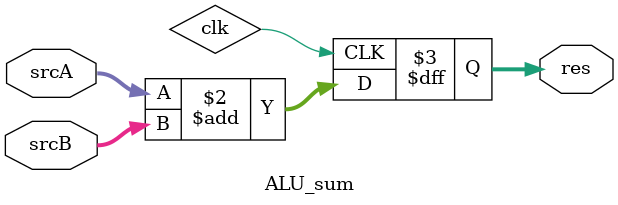
<source format=v>

module  ALU_sum(
    input wire [31:0]   srcA,
    input wire [31:0]   srcB,    
    output reg [31:0]   res     
);

reg [31:0] res0;

always @(posedge clk) 
    begin   
        res0 = srcA + srcB;
        res <= res0;  
    end

endmodule
</source>
